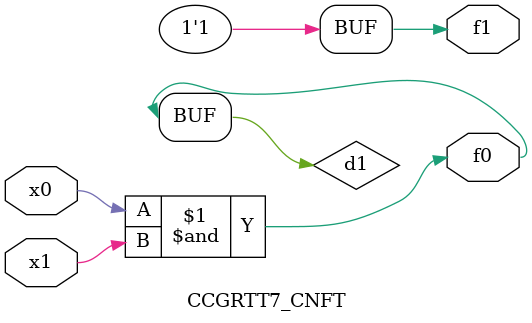
<source format=v>
module CCGRTT7_CNFT(
	input x0, x1,
	output f0, f1
);

	wire d1;

	assign f0 = d1;
	and (d1, x0, x1);
	assign f1 = 1'b1;
endmodule

</source>
